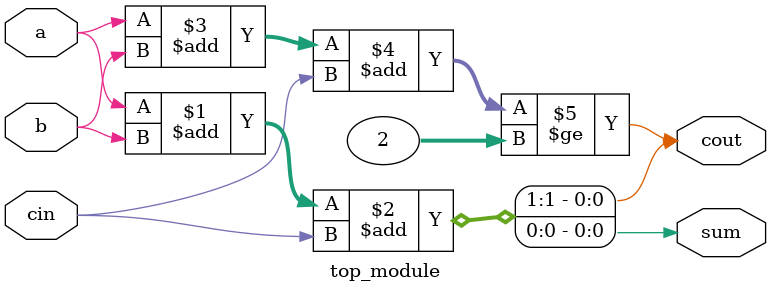
<source format=sv>
module top_module (
	input a,
	input b,
	input cin,
	output cout,
	output sum
);

	// Completing the module
	assign {cout, sum} = a + b + cin;
	assign cout = (a + b + cin) >= 2;

endmodule

</source>
